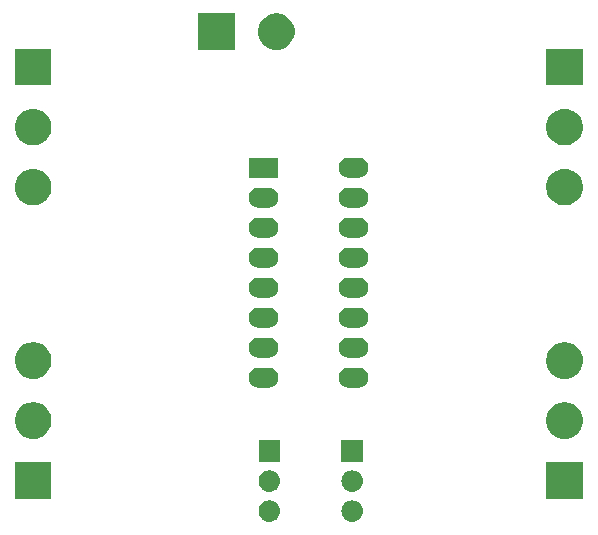
<source format=gbr>
G04 #@! TF.GenerationSoftware,KiCad,Pcbnew,(5.1.4-0)*
G04 #@! TF.CreationDate,2020-03-02T15:49:52+03:00*
G04 #@! TF.ProjectId,Diff2TTL,44696666-3254-4544-9c2e-6b696361645f,rev?*
G04 #@! TF.SameCoordinates,Original*
G04 #@! TF.FileFunction,Soldermask,Bot*
G04 #@! TF.FilePolarity,Negative*
%FSLAX46Y46*%
G04 Gerber Fmt 4.6, Leading zero omitted, Abs format (unit mm)*
G04 Created by KiCad (PCBNEW (5.1.4-0)) date 2020-03-02 15:49:52*
%MOMM*%
%LPD*%
G04 APERTURE LIST*
%ADD10C,0.100000*%
G04 APERTURE END LIST*
D10*
G36*
X122110442Y-86685518D02*
G01*
X122176627Y-86692037D01*
X122346466Y-86743557D01*
X122502991Y-86827222D01*
X122538729Y-86856552D01*
X122640186Y-86939814D01*
X122723448Y-87041271D01*
X122752778Y-87077009D01*
X122836443Y-87233534D01*
X122887963Y-87403373D01*
X122905359Y-87580000D01*
X122887963Y-87756627D01*
X122836443Y-87926466D01*
X122752778Y-88082991D01*
X122723448Y-88118729D01*
X122640186Y-88220186D01*
X122538729Y-88303448D01*
X122502991Y-88332778D01*
X122346466Y-88416443D01*
X122176627Y-88467963D01*
X122110442Y-88474482D01*
X122044260Y-88481000D01*
X121955740Y-88481000D01*
X121889558Y-88474482D01*
X121823373Y-88467963D01*
X121653534Y-88416443D01*
X121497009Y-88332778D01*
X121461271Y-88303448D01*
X121359814Y-88220186D01*
X121276552Y-88118729D01*
X121247222Y-88082991D01*
X121163557Y-87926466D01*
X121112037Y-87756627D01*
X121094641Y-87580000D01*
X121112037Y-87403373D01*
X121163557Y-87233534D01*
X121247222Y-87077009D01*
X121276552Y-87041271D01*
X121359814Y-86939814D01*
X121461271Y-86856552D01*
X121497009Y-86827222D01*
X121653534Y-86743557D01*
X121823373Y-86692037D01*
X121889558Y-86685518D01*
X121955740Y-86679000D01*
X122044260Y-86679000D01*
X122110442Y-86685518D01*
X122110442Y-86685518D01*
G37*
G36*
X115110442Y-86685518D02*
G01*
X115176627Y-86692037D01*
X115346466Y-86743557D01*
X115502991Y-86827222D01*
X115538729Y-86856552D01*
X115640186Y-86939814D01*
X115723448Y-87041271D01*
X115752778Y-87077009D01*
X115836443Y-87233534D01*
X115887963Y-87403373D01*
X115905359Y-87580000D01*
X115887963Y-87756627D01*
X115836443Y-87926466D01*
X115752778Y-88082991D01*
X115723448Y-88118729D01*
X115640186Y-88220186D01*
X115538729Y-88303448D01*
X115502991Y-88332778D01*
X115346466Y-88416443D01*
X115176627Y-88467963D01*
X115110442Y-88474482D01*
X115044260Y-88481000D01*
X114955740Y-88481000D01*
X114889558Y-88474482D01*
X114823373Y-88467963D01*
X114653534Y-88416443D01*
X114497009Y-88332778D01*
X114461271Y-88303448D01*
X114359814Y-88220186D01*
X114276552Y-88118729D01*
X114247222Y-88082991D01*
X114163557Y-87926466D01*
X114112037Y-87756627D01*
X114094641Y-87580000D01*
X114112037Y-87403373D01*
X114163557Y-87233534D01*
X114247222Y-87077009D01*
X114276552Y-87041271D01*
X114359814Y-86939814D01*
X114461271Y-86856552D01*
X114497009Y-86827222D01*
X114653534Y-86743557D01*
X114823373Y-86692037D01*
X114889558Y-86685518D01*
X114955740Y-86679000D01*
X115044260Y-86679000D01*
X115110442Y-86685518D01*
X115110442Y-86685518D01*
G37*
G36*
X96551000Y-86551000D02*
G01*
X93449000Y-86551000D01*
X93449000Y-83449000D01*
X96551000Y-83449000D01*
X96551000Y-86551000D01*
X96551000Y-86551000D01*
G37*
G36*
X141551000Y-86551000D02*
G01*
X138449000Y-86551000D01*
X138449000Y-83449000D01*
X141551000Y-83449000D01*
X141551000Y-86551000D01*
X141551000Y-86551000D01*
G37*
G36*
X122110443Y-84145519D02*
G01*
X122176627Y-84152037D01*
X122346466Y-84203557D01*
X122502991Y-84287222D01*
X122538729Y-84316552D01*
X122640186Y-84399814D01*
X122723448Y-84501271D01*
X122752778Y-84537009D01*
X122836443Y-84693534D01*
X122887963Y-84863373D01*
X122905359Y-85040000D01*
X122887963Y-85216627D01*
X122836443Y-85386466D01*
X122752778Y-85542991D01*
X122723448Y-85578729D01*
X122640186Y-85680186D01*
X122538729Y-85763448D01*
X122502991Y-85792778D01*
X122346466Y-85876443D01*
X122176627Y-85927963D01*
X122110442Y-85934482D01*
X122044260Y-85941000D01*
X121955740Y-85941000D01*
X121889558Y-85934482D01*
X121823373Y-85927963D01*
X121653534Y-85876443D01*
X121497009Y-85792778D01*
X121461271Y-85763448D01*
X121359814Y-85680186D01*
X121276552Y-85578729D01*
X121247222Y-85542991D01*
X121163557Y-85386466D01*
X121112037Y-85216627D01*
X121094641Y-85040000D01*
X121112037Y-84863373D01*
X121163557Y-84693534D01*
X121247222Y-84537009D01*
X121276552Y-84501271D01*
X121359814Y-84399814D01*
X121461271Y-84316552D01*
X121497009Y-84287222D01*
X121653534Y-84203557D01*
X121823373Y-84152037D01*
X121889557Y-84145519D01*
X121955740Y-84139000D01*
X122044260Y-84139000D01*
X122110443Y-84145519D01*
X122110443Y-84145519D01*
G37*
G36*
X115110443Y-84145519D02*
G01*
X115176627Y-84152037D01*
X115346466Y-84203557D01*
X115502991Y-84287222D01*
X115538729Y-84316552D01*
X115640186Y-84399814D01*
X115723448Y-84501271D01*
X115752778Y-84537009D01*
X115836443Y-84693534D01*
X115887963Y-84863373D01*
X115905359Y-85040000D01*
X115887963Y-85216627D01*
X115836443Y-85386466D01*
X115752778Y-85542991D01*
X115723448Y-85578729D01*
X115640186Y-85680186D01*
X115538729Y-85763448D01*
X115502991Y-85792778D01*
X115346466Y-85876443D01*
X115176627Y-85927963D01*
X115110442Y-85934482D01*
X115044260Y-85941000D01*
X114955740Y-85941000D01*
X114889558Y-85934482D01*
X114823373Y-85927963D01*
X114653534Y-85876443D01*
X114497009Y-85792778D01*
X114461271Y-85763448D01*
X114359814Y-85680186D01*
X114276552Y-85578729D01*
X114247222Y-85542991D01*
X114163557Y-85386466D01*
X114112037Y-85216627D01*
X114094641Y-85040000D01*
X114112037Y-84863373D01*
X114163557Y-84693534D01*
X114247222Y-84537009D01*
X114276552Y-84501271D01*
X114359814Y-84399814D01*
X114461271Y-84316552D01*
X114497009Y-84287222D01*
X114653534Y-84203557D01*
X114823373Y-84152037D01*
X114889557Y-84145519D01*
X114955740Y-84139000D01*
X115044260Y-84139000D01*
X115110443Y-84145519D01*
X115110443Y-84145519D01*
G37*
G36*
X122901000Y-83401000D02*
G01*
X121099000Y-83401000D01*
X121099000Y-81599000D01*
X122901000Y-81599000D01*
X122901000Y-83401000D01*
X122901000Y-83401000D01*
G37*
G36*
X115901000Y-83401000D02*
G01*
X114099000Y-83401000D01*
X114099000Y-81599000D01*
X115901000Y-81599000D01*
X115901000Y-83401000D01*
X115901000Y-83401000D01*
G37*
G36*
X95302585Y-78398802D02*
G01*
X95452410Y-78428604D01*
X95734674Y-78545521D01*
X95988705Y-78715259D01*
X96204741Y-78931295D01*
X96374479Y-79185326D01*
X96491396Y-79467590D01*
X96551000Y-79767240D01*
X96551000Y-80072760D01*
X96491396Y-80372410D01*
X96374479Y-80654674D01*
X96204741Y-80908705D01*
X95988705Y-81124741D01*
X95734674Y-81294479D01*
X95452410Y-81411396D01*
X95302585Y-81441198D01*
X95152761Y-81471000D01*
X94847239Y-81471000D01*
X94697415Y-81441198D01*
X94547590Y-81411396D01*
X94265326Y-81294479D01*
X94011295Y-81124741D01*
X93795259Y-80908705D01*
X93625521Y-80654674D01*
X93508604Y-80372410D01*
X93449000Y-80072760D01*
X93449000Y-79767240D01*
X93508604Y-79467590D01*
X93625521Y-79185326D01*
X93795259Y-78931295D01*
X94011295Y-78715259D01*
X94265326Y-78545521D01*
X94547590Y-78428604D01*
X94697415Y-78398802D01*
X94847239Y-78369000D01*
X95152761Y-78369000D01*
X95302585Y-78398802D01*
X95302585Y-78398802D01*
G37*
G36*
X140302585Y-78398802D02*
G01*
X140452410Y-78428604D01*
X140734674Y-78545521D01*
X140988705Y-78715259D01*
X141204741Y-78931295D01*
X141374479Y-79185326D01*
X141491396Y-79467590D01*
X141551000Y-79767240D01*
X141551000Y-80072760D01*
X141491396Y-80372410D01*
X141374479Y-80654674D01*
X141204741Y-80908705D01*
X140988705Y-81124741D01*
X140734674Y-81294479D01*
X140452410Y-81411396D01*
X140302585Y-81441198D01*
X140152761Y-81471000D01*
X139847239Y-81471000D01*
X139697415Y-81441198D01*
X139547590Y-81411396D01*
X139265326Y-81294479D01*
X139011295Y-81124741D01*
X138795259Y-80908705D01*
X138625521Y-80654674D01*
X138508604Y-80372410D01*
X138449000Y-80072760D01*
X138449000Y-79767240D01*
X138508604Y-79467590D01*
X138625521Y-79185326D01*
X138795259Y-78931295D01*
X139011295Y-78715259D01*
X139265326Y-78545521D01*
X139547590Y-78428604D01*
X139697415Y-78398802D01*
X139847239Y-78369000D01*
X140152761Y-78369000D01*
X140302585Y-78398802D01*
X140302585Y-78398802D01*
G37*
G36*
X122686823Y-75441313D02*
G01*
X122847242Y-75489976D01*
X122979906Y-75560886D01*
X122995078Y-75568996D01*
X123124659Y-75675341D01*
X123231004Y-75804922D01*
X123231005Y-75804924D01*
X123310024Y-75952758D01*
X123358687Y-76113177D01*
X123375117Y-76280000D01*
X123358687Y-76446823D01*
X123310024Y-76607242D01*
X123239114Y-76739906D01*
X123231004Y-76755078D01*
X123124659Y-76884659D01*
X122995078Y-76991004D01*
X122995076Y-76991005D01*
X122847242Y-77070024D01*
X122686823Y-77118687D01*
X122561804Y-77131000D01*
X121678196Y-77131000D01*
X121553177Y-77118687D01*
X121392758Y-77070024D01*
X121244924Y-76991005D01*
X121244922Y-76991004D01*
X121115341Y-76884659D01*
X121008996Y-76755078D01*
X121000886Y-76739906D01*
X120929976Y-76607242D01*
X120881313Y-76446823D01*
X120864883Y-76280000D01*
X120881313Y-76113177D01*
X120929976Y-75952758D01*
X121008995Y-75804924D01*
X121008996Y-75804922D01*
X121115341Y-75675341D01*
X121244922Y-75568996D01*
X121260094Y-75560886D01*
X121392758Y-75489976D01*
X121553177Y-75441313D01*
X121678196Y-75429000D01*
X122561804Y-75429000D01*
X122686823Y-75441313D01*
X122686823Y-75441313D01*
G37*
G36*
X115066823Y-75441313D02*
G01*
X115227242Y-75489976D01*
X115359906Y-75560886D01*
X115375078Y-75568996D01*
X115504659Y-75675341D01*
X115611004Y-75804922D01*
X115611005Y-75804924D01*
X115690024Y-75952758D01*
X115738687Y-76113177D01*
X115755117Y-76280000D01*
X115738687Y-76446823D01*
X115690024Y-76607242D01*
X115619114Y-76739906D01*
X115611004Y-76755078D01*
X115504659Y-76884659D01*
X115375078Y-76991004D01*
X115375076Y-76991005D01*
X115227242Y-77070024D01*
X115066823Y-77118687D01*
X114941804Y-77131000D01*
X114058196Y-77131000D01*
X113933177Y-77118687D01*
X113772758Y-77070024D01*
X113624924Y-76991005D01*
X113624922Y-76991004D01*
X113495341Y-76884659D01*
X113388996Y-76755078D01*
X113380886Y-76739906D01*
X113309976Y-76607242D01*
X113261313Y-76446823D01*
X113244883Y-76280000D01*
X113261313Y-76113177D01*
X113309976Y-75952758D01*
X113388995Y-75804924D01*
X113388996Y-75804922D01*
X113495341Y-75675341D01*
X113624922Y-75568996D01*
X113640094Y-75560886D01*
X113772758Y-75489976D01*
X113933177Y-75441313D01*
X114058196Y-75429000D01*
X114941804Y-75429000D01*
X115066823Y-75441313D01*
X115066823Y-75441313D01*
G37*
G36*
X140302585Y-73318802D02*
G01*
X140452410Y-73348604D01*
X140734674Y-73465521D01*
X140988705Y-73635259D01*
X141204741Y-73851295D01*
X141374479Y-74105326D01*
X141473613Y-74344659D01*
X141491396Y-74387591D01*
X141529408Y-74578687D01*
X141551000Y-74687240D01*
X141551000Y-74992760D01*
X141491396Y-75292410D01*
X141374479Y-75574674D01*
X141204741Y-75828705D01*
X140988705Y-76044741D01*
X140734674Y-76214479D01*
X140452410Y-76331396D01*
X140302585Y-76361198D01*
X140152761Y-76391000D01*
X139847239Y-76391000D01*
X139697415Y-76361198D01*
X139547590Y-76331396D01*
X139265326Y-76214479D01*
X139011295Y-76044741D01*
X138795259Y-75828705D01*
X138625521Y-75574674D01*
X138508604Y-75292410D01*
X138449000Y-74992760D01*
X138449000Y-74687240D01*
X138470593Y-74578687D01*
X138508604Y-74387591D01*
X138526387Y-74344659D01*
X138625521Y-74105326D01*
X138795259Y-73851295D01*
X139011295Y-73635259D01*
X139265326Y-73465521D01*
X139547590Y-73348604D01*
X139697415Y-73318802D01*
X139847239Y-73289000D01*
X140152761Y-73289000D01*
X140302585Y-73318802D01*
X140302585Y-73318802D01*
G37*
G36*
X95302585Y-73318802D02*
G01*
X95452410Y-73348604D01*
X95734674Y-73465521D01*
X95988705Y-73635259D01*
X96204741Y-73851295D01*
X96374479Y-74105326D01*
X96473613Y-74344659D01*
X96491396Y-74387591D01*
X96529408Y-74578687D01*
X96551000Y-74687240D01*
X96551000Y-74992760D01*
X96491396Y-75292410D01*
X96374479Y-75574674D01*
X96204741Y-75828705D01*
X95988705Y-76044741D01*
X95734674Y-76214479D01*
X95452410Y-76331396D01*
X95302585Y-76361198D01*
X95152761Y-76391000D01*
X94847239Y-76391000D01*
X94697415Y-76361198D01*
X94547590Y-76331396D01*
X94265326Y-76214479D01*
X94011295Y-76044741D01*
X93795259Y-75828705D01*
X93625521Y-75574674D01*
X93508604Y-75292410D01*
X93449000Y-74992760D01*
X93449000Y-74687240D01*
X93470593Y-74578687D01*
X93508604Y-74387591D01*
X93526387Y-74344659D01*
X93625521Y-74105326D01*
X93795259Y-73851295D01*
X94011295Y-73635259D01*
X94265326Y-73465521D01*
X94547590Y-73348604D01*
X94697415Y-73318802D01*
X94847239Y-73289000D01*
X95152761Y-73289000D01*
X95302585Y-73318802D01*
X95302585Y-73318802D01*
G37*
G36*
X122686823Y-72901313D02*
G01*
X122847242Y-72949976D01*
X122979906Y-73020886D01*
X122995078Y-73028996D01*
X123124659Y-73135341D01*
X123231004Y-73264922D01*
X123231005Y-73264924D01*
X123310024Y-73412758D01*
X123358687Y-73573177D01*
X123375117Y-73740000D01*
X123358687Y-73906823D01*
X123310024Y-74067242D01*
X123239114Y-74199906D01*
X123231004Y-74215078D01*
X123124659Y-74344659D01*
X122995078Y-74451004D01*
X122995076Y-74451005D01*
X122847242Y-74530024D01*
X122686823Y-74578687D01*
X122561804Y-74591000D01*
X121678196Y-74591000D01*
X121553177Y-74578687D01*
X121392758Y-74530024D01*
X121244924Y-74451005D01*
X121244922Y-74451004D01*
X121115341Y-74344659D01*
X121008996Y-74215078D01*
X121000886Y-74199906D01*
X120929976Y-74067242D01*
X120881313Y-73906823D01*
X120864883Y-73740000D01*
X120881313Y-73573177D01*
X120929976Y-73412758D01*
X121008995Y-73264924D01*
X121008996Y-73264922D01*
X121115341Y-73135341D01*
X121244922Y-73028996D01*
X121260094Y-73020886D01*
X121392758Y-72949976D01*
X121553177Y-72901313D01*
X121678196Y-72889000D01*
X122561804Y-72889000D01*
X122686823Y-72901313D01*
X122686823Y-72901313D01*
G37*
G36*
X115066823Y-72901313D02*
G01*
X115227242Y-72949976D01*
X115359906Y-73020886D01*
X115375078Y-73028996D01*
X115504659Y-73135341D01*
X115611004Y-73264922D01*
X115611005Y-73264924D01*
X115690024Y-73412758D01*
X115738687Y-73573177D01*
X115755117Y-73740000D01*
X115738687Y-73906823D01*
X115690024Y-74067242D01*
X115619114Y-74199906D01*
X115611004Y-74215078D01*
X115504659Y-74344659D01*
X115375078Y-74451004D01*
X115375076Y-74451005D01*
X115227242Y-74530024D01*
X115066823Y-74578687D01*
X114941804Y-74591000D01*
X114058196Y-74591000D01*
X113933177Y-74578687D01*
X113772758Y-74530024D01*
X113624924Y-74451005D01*
X113624922Y-74451004D01*
X113495341Y-74344659D01*
X113388996Y-74215078D01*
X113380886Y-74199906D01*
X113309976Y-74067242D01*
X113261313Y-73906823D01*
X113244883Y-73740000D01*
X113261313Y-73573177D01*
X113309976Y-73412758D01*
X113388995Y-73264924D01*
X113388996Y-73264922D01*
X113495341Y-73135341D01*
X113624922Y-73028996D01*
X113640094Y-73020886D01*
X113772758Y-72949976D01*
X113933177Y-72901313D01*
X114058196Y-72889000D01*
X114941804Y-72889000D01*
X115066823Y-72901313D01*
X115066823Y-72901313D01*
G37*
G36*
X122686823Y-70361313D02*
G01*
X122847242Y-70409976D01*
X122979906Y-70480886D01*
X122995078Y-70488996D01*
X123124659Y-70595341D01*
X123231004Y-70724922D01*
X123231005Y-70724924D01*
X123310024Y-70872758D01*
X123358687Y-71033177D01*
X123375117Y-71200000D01*
X123358687Y-71366823D01*
X123310024Y-71527242D01*
X123239114Y-71659906D01*
X123231004Y-71675078D01*
X123124659Y-71804659D01*
X122995078Y-71911004D01*
X122995076Y-71911005D01*
X122847242Y-71990024D01*
X122686823Y-72038687D01*
X122561804Y-72051000D01*
X121678196Y-72051000D01*
X121553177Y-72038687D01*
X121392758Y-71990024D01*
X121244924Y-71911005D01*
X121244922Y-71911004D01*
X121115341Y-71804659D01*
X121008996Y-71675078D01*
X121000886Y-71659906D01*
X120929976Y-71527242D01*
X120881313Y-71366823D01*
X120864883Y-71200000D01*
X120881313Y-71033177D01*
X120929976Y-70872758D01*
X121008995Y-70724924D01*
X121008996Y-70724922D01*
X121115341Y-70595341D01*
X121244922Y-70488996D01*
X121260094Y-70480886D01*
X121392758Y-70409976D01*
X121553177Y-70361313D01*
X121678196Y-70349000D01*
X122561804Y-70349000D01*
X122686823Y-70361313D01*
X122686823Y-70361313D01*
G37*
G36*
X115066823Y-70361313D02*
G01*
X115227242Y-70409976D01*
X115359906Y-70480886D01*
X115375078Y-70488996D01*
X115504659Y-70595341D01*
X115611004Y-70724922D01*
X115611005Y-70724924D01*
X115690024Y-70872758D01*
X115738687Y-71033177D01*
X115755117Y-71200000D01*
X115738687Y-71366823D01*
X115690024Y-71527242D01*
X115619114Y-71659906D01*
X115611004Y-71675078D01*
X115504659Y-71804659D01*
X115375078Y-71911004D01*
X115375076Y-71911005D01*
X115227242Y-71990024D01*
X115066823Y-72038687D01*
X114941804Y-72051000D01*
X114058196Y-72051000D01*
X113933177Y-72038687D01*
X113772758Y-71990024D01*
X113624924Y-71911005D01*
X113624922Y-71911004D01*
X113495341Y-71804659D01*
X113388996Y-71675078D01*
X113380886Y-71659906D01*
X113309976Y-71527242D01*
X113261313Y-71366823D01*
X113244883Y-71200000D01*
X113261313Y-71033177D01*
X113309976Y-70872758D01*
X113388995Y-70724924D01*
X113388996Y-70724922D01*
X113495341Y-70595341D01*
X113624922Y-70488996D01*
X113640094Y-70480886D01*
X113772758Y-70409976D01*
X113933177Y-70361313D01*
X114058196Y-70349000D01*
X114941804Y-70349000D01*
X115066823Y-70361313D01*
X115066823Y-70361313D01*
G37*
G36*
X122686823Y-67821313D02*
G01*
X122847242Y-67869976D01*
X122979906Y-67940886D01*
X122995078Y-67948996D01*
X123124659Y-68055341D01*
X123231004Y-68184922D01*
X123231005Y-68184924D01*
X123310024Y-68332758D01*
X123358687Y-68493177D01*
X123375117Y-68660000D01*
X123358687Y-68826823D01*
X123310024Y-68987242D01*
X123239114Y-69119906D01*
X123231004Y-69135078D01*
X123124659Y-69264659D01*
X122995078Y-69371004D01*
X122995076Y-69371005D01*
X122847242Y-69450024D01*
X122686823Y-69498687D01*
X122561804Y-69511000D01*
X121678196Y-69511000D01*
X121553177Y-69498687D01*
X121392758Y-69450024D01*
X121244924Y-69371005D01*
X121244922Y-69371004D01*
X121115341Y-69264659D01*
X121008996Y-69135078D01*
X121000886Y-69119906D01*
X120929976Y-68987242D01*
X120881313Y-68826823D01*
X120864883Y-68660000D01*
X120881313Y-68493177D01*
X120929976Y-68332758D01*
X121008995Y-68184924D01*
X121008996Y-68184922D01*
X121115341Y-68055341D01*
X121244922Y-67948996D01*
X121260094Y-67940886D01*
X121392758Y-67869976D01*
X121553177Y-67821313D01*
X121678196Y-67809000D01*
X122561804Y-67809000D01*
X122686823Y-67821313D01*
X122686823Y-67821313D01*
G37*
G36*
X115066823Y-67821313D02*
G01*
X115227242Y-67869976D01*
X115359906Y-67940886D01*
X115375078Y-67948996D01*
X115504659Y-68055341D01*
X115611004Y-68184922D01*
X115611005Y-68184924D01*
X115690024Y-68332758D01*
X115738687Y-68493177D01*
X115755117Y-68660000D01*
X115738687Y-68826823D01*
X115690024Y-68987242D01*
X115619114Y-69119906D01*
X115611004Y-69135078D01*
X115504659Y-69264659D01*
X115375078Y-69371004D01*
X115375076Y-69371005D01*
X115227242Y-69450024D01*
X115066823Y-69498687D01*
X114941804Y-69511000D01*
X114058196Y-69511000D01*
X113933177Y-69498687D01*
X113772758Y-69450024D01*
X113624924Y-69371005D01*
X113624922Y-69371004D01*
X113495341Y-69264659D01*
X113388996Y-69135078D01*
X113380886Y-69119906D01*
X113309976Y-68987242D01*
X113261313Y-68826823D01*
X113244883Y-68660000D01*
X113261313Y-68493177D01*
X113309976Y-68332758D01*
X113388995Y-68184924D01*
X113388996Y-68184922D01*
X113495341Y-68055341D01*
X113624922Y-67948996D01*
X113640094Y-67940886D01*
X113772758Y-67869976D01*
X113933177Y-67821313D01*
X114058196Y-67809000D01*
X114941804Y-67809000D01*
X115066823Y-67821313D01*
X115066823Y-67821313D01*
G37*
G36*
X115066823Y-65281313D02*
G01*
X115227242Y-65329976D01*
X115359906Y-65400886D01*
X115375078Y-65408996D01*
X115504659Y-65515341D01*
X115611004Y-65644922D01*
X115611005Y-65644924D01*
X115690024Y-65792758D01*
X115738687Y-65953177D01*
X115755117Y-66120000D01*
X115738687Y-66286823D01*
X115690024Y-66447242D01*
X115619114Y-66579906D01*
X115611004Y-66595078D01*
X115504659Y-66724659D01*
X115375078Y-66831004D01*
X115375076Y-66831005D01*
X115227242Y-66910024D01*
X115066823Y-66958687D01*
X114941804Y-66971000D01*
X114058196Y-66971000D01*
X113933177Y-66958687D01*
X113772758Y-66910024D01*
X113624924Y-66831005D01*
X113624922Y-66831004D01*
X113495341Y-66724659D01*
X113388996Y-66595078D01*
X113380886Y-66579906D01*
X113309976Y-66447242D01*
X113261313Y-66286823D01*
X113244883Y-66120000D01*
X113261313Y-65953177D01*
X113309976Y-65792758D01*
X113388995Y-65644924D01*
X113388996Y-65644922D01*
X113495341Y-65515341D01*
X113624922Y-65408996D01*
X113640094Y-65400886D01*
X113772758Y-65329976D01*
X113933177Y-65281313D01*
X114058196Y-65269000D01*
X114941804Y-65269000D01*
X115066823Y-65281313D01*
X115066823Y-65281313D01*
G37*
G36*
X122686823Y-65281313D02*
G01*
X122847242Y-65329976D01*
X122979906Y-65400886D01*
X122995078Y-65408996D01*
X123124659Y-65515341D01*
X123231004Y-65644922D01*
X123231005Y-65644924D01*
X123310024Y-65792758D01*
X123358687Y-65953177D01*
X123375117Y-66120000D01*
X123358687Y-66286823D01*
X123310024Y-66447242D01*
X123239114Y-66579906D01*
X123231004Y-66595078D01*
X123124659Y-66724659D01*
X122995078Y-66831004D01*
X122995076Y-66831005D01*
X122847242Y-66910024D01*
X122686823Y-66958687D01*
X122561804Y-66971000D01*
X121678196Y-66971000D01*
X121553177Y-66958687D01*
X121392758Y-66910024D01*
X121244924Y-66831005D01*
X121244922Y-66831004D01*
X121115341Y-66724659D01*
X121008996Y-66595078D01*
X121000886Y-66579906D01*
X120929976Y-66447242D01*
X120881313Y-66286823D01*
X120864883Y-66120000D01*
X120881313Y-65953177D01*
X120929976Y-65792758D01*
X121008995Y-65644924D01*
X121008996Y-65644922D01*
X121115341Y-65515341D01*
X121244922Y-65408996D01*
X121260094Y-65400886D01*
X121392758Y-65329976D01*
X121553177Y-65281313D01*
X121678196Y-65269000D01*
X122561804Y-65269000D01*
X122686823Y-65281313D01*
X122686823Y-65281313D01*
G37*
G36*
X115066823Y-62741313D02*
G01*
X115227242Y-62789976D01*
X115359906Y-62860886D01*
X115375078Y-62868996D01*
X115504659Y-62975341D01*
X115611004Y-63104922D01*
X115611005Y-63104924D01*
X115690024Y-63252758D01*
X115738687Y-63413177D01*
X115755117Y-63580000D01*
X115738687Y-63746823D01*
X115690024Y-63907242D01*
X115619114Y-64039906D01*
X115611004Y-64055078D01*
X115504659Y-64184659D01*
X115375078Y-64291004D01*
X115375076Y-64291005D01*
X115227242Y-64370024D01*
X115066823Y-64418687D01*
X114941804Y-64431000D01*
X114058196Y-64431000D01*
X113933177Y-64418687D01*
X113772758Y-64370024D01*
X113624924Y-64291005D01*
X113624922Y-64291004D01*
X113495341Y-64184659D01*
X113388996Y-64055078D01*
X113380886Y-64039906D01*
X113309976Y-63907242D01*
X113261313Y-63746823D01*
X113244883Y-63580000D01*
X113261313Y-63413177D01*
X113309976Y-63252758D01*
X113388995Y-63104924D01*
X113388996Y-63104922D01*
X113495341Y-62975341D01*
X113624922Y-62868996D01*
X113640094Y-62860886D01*
X113772758Y-62789976D01*
X113933177Y-62741313D01*
X114058196Y-62729000D01*
X114941804Y-62729000D01*
X115066823Y-62741313D01*
X115066823Y-62741313D01*
G37*
G36*
X122686823Y-62741313D02*
G01*
X122847242Y-62789976D01*
X122979906Y-62860886D01*
X122995078Y-62868996D01*
X123124659Y-62975341D01*
X123231004Y-63104922D01*
X123231005Y-63104924D01*
X123310024Y-63252758D01*
X123358687Y-63413177D01*
X123375117Y-63580000D01*
X123358687Y-63746823D01*
X123310024Y-63907242D01*
X123239114Y-64039906D01*
X123231004Y-64055078D01*
X123124659Y-64184659D01*
X122995078Y-64291004D01*
X122995076Y-64291005D01*
X122847242Y-64370024D01*
X122686823Y-64418687D01*
X122561804Y-64431000D01*
X121678196Y-64431000D01*
X121553177Y-64418687D01*
X121392758Y-64370024D01*
X121244924Y-64291005D01*
X121244922Y-64291004D01*
X121115341Y-64184659D01*
X121008996Y-64055078D01*
X121000886Y-64039906D01*
X120929976Y-63907242D01*
X120881313Y-63746823D01*
X120864883Y-63580000D01*
X120881313Y-63413177D01*
X120929976Y-63252758D01*
X121008995Y-63104924D01*
X121008996Y-63104922D01*
X121115341Y-62975341D01*
X121244922Y-62868996D01*
X121260094Y-62860886D01*
X121392758Y-62789976D01*
X121553177Y-62741313D01*
X121678196Y-62729000D01*
X122561804Y-62729000D01*
X122686823Y-62741313D01*
X122686823Y-62741313D01*
G37*
G36*
X115066823Y-60201313D02*
G01*
X115227242Y-60249976D01*
X115344702Y-60312760D01*
X115375078Y-60328996D01*
X115504659Y-60435341D01*
X115611004Y-60564922D01*
X115611005Y-60564924D01*
X115690024Y-60712758D01*
X115738687Y-60873177D01*
X115755117Y-61040000D01*
X115738687Y-61206823D01*
X115690024Y-61367242D01*
X115619114Y-61499906D01*
X115611004Y-61515078D01*
X115504659Y-61644659D01*
X115375078Y-61751004D01*
X115375076Y-61751005D01*
X115227242Y-61830024D01*
X115066823Y-61878687D01*
X114941804Y-61891000D01*
X114058196Y-61891000D01*
X113933177Y-61878687D01*
X113772758Y-61830024D01*
X113624924Y-61751005D01*
X113624922Y-61751004D01*
X113495341Y-61644659D01*
X113388996Y-61515078D01*
X113380886Y-61499906D01*
X113309976Y-61367242D01*
X113261313Y-61206823D01*
X113244883Y-61040000D01*
X113261313Y-60873177D01*
X113309976Y-60712758D01*
X113388995Y-60564924D01*
X113388996Y-60564922D01*
X113495341Y-60435341D01*
X113624922Y-60328996D01*
X113655298Y-60312760D01*
X113772758Y-60249976D01*
X113933177Y-60201313D01*
X114058196Y-60189000D01*
X114941804Y-60189000D01*
X115066823Y-60201313D01*
X115066823Y-60201313D01*
G37*
G36*
X122686823Y-60201313D02*
G01*
X122847242Y-60249976D01*
X122964702Y-60312760D01*
X122995078Y-60328996D01*
X123124659Y-60435341D01*
X123231004Y-60564922D01*
X123231005Y-60564924D01*
X123310024Y-60712758D01*
X123358687Y-60873177D01*
X123375117Y-61040000D01*
X123358687Y-61206823D01*
X123310024Y-61367242D01*
X123239114Y-61499906D01*
X123231004Y-61515078D01*
X123124659Y-61644659D01*
X122995078Y-61751004D01*
X122995076Y-61751005D01*
X122847242Y-61830024D01*
X122686823Y-61878687D01*
X122561804Y-61891000D01*
X121678196Y-61891000D01*
X121553177Y-61878687D01*
X121392758Y-61830024D01*
X121244924Y-61751005D01*
X121244922Y-61751004D01*
X121115341Y-61644659D01*
X121008996Y-61515078D01*
X121000886Y-61499906D01*
X120929976Y-61367242D01*
X120881313Y-61206823D01*
X120864883Y-61040000D01*
X120881313Y-60873177D01*
X120929976Y-60712758D01*
X121008995Y-60564924D01*
X121008996Y-60564922D01*
X121115341Y-60435341D01*
X121244922Y-60328996D01*
X121275298Y-60312760D01*
X121392758Y-60249976D01*
X121553177Y-60201313D01*
X121678196Y-60189000D01*
X122561804Y-60189000D01*
X122686823Y-60201313D01*
X122686823Y-60201313D01*
G37*
G36*
X95302585Y-58638802D02*
G01*
X95452410Y-58668604D01*
X95734674Y-58785521D01*
X95988705Y-58955259D01*
X96204741Y-59171295D01*
X96374479Y-59425326D01*
X96491396Y-59707590D01*
X96491396Y-59707591D01*
X96551000Y-60007239D01*
X96551000Y-60312761D01*
X96526617Y-60435341D01*
X96491396Y-60612410D01*
X96374479Y-60894674D01*
X96204741Y-61148705D01*
X95988705Y-61364741D01*
X95734674Y-61534479D01*
X95452410Y-61651396D01*
X95302585Y-61681198D01*
X95152761Y-61711000D01*
X94847239Y-61711000D01*
X94697415Y-61681198D01*
X94547590Y-61651396D01*
X94265326Y-61534479D01*
X94011295Y-61364741D01*
X93795259Y-61148705D01*
X93625521Y-60894674D01*
X93508604Y-60612410D01*
X93473383Y-60435341D01*
X93449000Y-60312761D01*
X93449000Y-60007239D01*
X93508604Y-59707591D01*
X93508604Y-59707590D01*
X93625521Y-59425326D01*
X93795259Y-59171295D01*
X94011295Y-58955259D01*
X94265326Y-58785521D01*
X94547590Y-58668604D01*
X94697415Y-58638802D01*
X94847239Y-58609000D01*
X95152761Y-58609000D01*
X95302585Y-58638802D01*
X95302585Y-58638802D01*
G37*
G36*
X140302585Y-58638802D02*
G01*
X140452410Y-58668604D01*
X140734674Y-58785521D01*
X140988705Y-58955259D01*
X141204741Y-59171295D01*
X141374479Y-59425326D01*
X141491396Y-59707590D01*
X141491396Y-59707591D01*
X141551000Y-60007239D01*
X141551000Y-60312761D01*
X141526617Y-60435341D01*
X141491396Y-60612410D01*
X141374479Y-60894674D01*
X141204741Y-61148705D01*
X140988705Y-61364741D01*
X140734674Y-61534479D01*
X140452410Y-61651396D01*
X140302585Y-61681198D01*
X140152761Y-61711000D01*
X139847239Y-61711000D01*
X139697415Y-61681198D01*
X139547590Y-61651396D01*
X139265326Y-61534479D01*
X139011295Y-61364741D01*
X138795259Y-61148705D01*
X138625521Y-60894674D01*
X138508604Y-60612410D01*
X138473383Y-60435341D01*
X138449000Y-60312761D01*
X138449000Y-60007239D01*
X138508604Y-59707591D01*
X138508604Y-59707590D01*
X138625521Y-59425326D01*
X138795259Y-59171295D01*
X139011295Y-58955259D01*
X139265326Y-58785521D01*
X139547590Y-58668604D01*
X139697415Y-58638802D01*
X139847239Y-58609000D01*
X140152761Y-58609000D01*
X140302585Y-58638802D01*
X140302585Y-58638802D01*
G37*
G36*
X122686823Y-57661313D02*
G01*
X122847242Y-57709976D01*
X122979906Y-57780886D01*
X122995078Y-57788996D01*
X123124659Y-57895341D01*
X123231004Y-58024922D01*
X123231005Y-58024924D01*
X123310024Y-58172758D01*
X123358687Y-58333177D01*
X123375117Y-58500000D01*
X123358687Y-58666823D01*
X123310024Y-58827242D01*
X123241597Y-58955259D01*
X123231004Y-58975078D01*
X123124659Y-59104659D01*
X122995078Y-59211004D01*
X122995076Y-59211005D01*
X122847242Y-59290024D01*
X122686823Y-59338687D01*
X122561804Y-59351000D01*
X121678196Y-59351000D01*
X121553177Y-59338687D01*
X121392758Y-59290024D01*
X121244924Y-59211005D01*
X121244922Y-59211004D01*
X121115341Y-59104659D01*
X121008996Y-58975078D01*
X120998403Y-58955259D01*
X120929976Y-58827242D01*
X120881313Y-58666823D01*
X120864883Y-58500000D01*
X120881313Y-58333177D01*
X120929976Y-58172758D01*
X121008995Y-58024924D01*
X121008996Y-58024922D01*
X121115341Y-57895341D01*
X121244922Y-57788996D01*
X121260094Y-57780886D01*
X121392758Y-57709976D01*
X121553177Y-57661313D01*
X121678196Y-57649000D01*
X122561804Y-57649000D01*
X122686823Y-57661313D01*
X122686823Y-57661313D01*
G37*
G36*
X115751000Y-59351000D02*
G01*
X113249000Y-59351000D01*
X113249000Y-57649000D01*
X115751000Y-57649000D01*
X115751000Y-59351000D01*
X115751000Y-59351000D01*
G37*
G36*
X140302585Y-53558802D02*
G01*
X140452410Y-53588604D01*
X140734674Y-53705521D01*
X140988705Y-53875259D01*
X141204741Y-54091295D01*
X141374479Y-54345326D01*
X141491396Y-54627590D01*
X141551000Y-54927240D01*
X141551000Y-55232760D01*
X141491396Y-55532410D01*
X141374479Y-55814674D01*
X141204741Y-56068705D01*
X140988705Y-56284741D01*
X140734674Y-56454479D01*
X140452410Y-56571396D01*
X140302585Y-56601198D01*
X140152761Y-56631000D01*
X139847239Y-56631000D01*
X139697415Y-56601198D01*
X139547590Y-56571396D01*
X139265326Y-56454479D01*
X139011295Y-56284741D01*
X138795259Y-56068705D01*
X138625521Y-55814674D01*
X138508604Y-55532410D01*
X138449000Y-55232760D01*
X138449000Y-54927240D01*
X138508604Y-54627590D01*
X138625521Y-54345326D01*
X138795259Y-54091295D01*
X139011295Y-53875259D01*
X139265326Y-53705521D01*
X139547590Y-53588604D01*
X139697415Y-53558802D01*
X139847239Y-53529000D01*
X140152761Y-53529000D01*
X140302585Y-53558802D01*
X140302585Y-53558802D01*
G37*
G36*
X95302585Y-53558802D02*
G01*
X95452410Y-53588604D01*
X95734674Y-53705521D01*
X95988705Y-53875259D01*
X96204741Y-54091295D01*
X96374479Y-54345326D01*
X96491396Y-54627590D01*
X96551000Y-54927240D01*
X96551000Y-55232760D01*
X96491396Y-55532410D01*
X96374479Y-55814674D01*
X96204741Y-56068705D01*
X95988705Y-56284741D01*
X95734674Y-56454479D01*
X95452410Y-56571396D01*
X95302585Y-56601198D01*
X95152761Y-56631000D01*
X94847239Y-56631000D01*
X94697415Y-56601198D01*
X94547590Y-56571396D01*
X94265326Y-56454479D01*
X94011295Y-56284741D01*
X93795259Y-56068705D01*
X93625521Y-55814674D01*
X93508604Y-55532410D01*
X93449000Y-55232760D01*
X93449000Y-54927240D01*
X93508604Y-54627590D01*
X93625521Y-54345326D01*
X93795259Y-54091295D01*
X94011295Y-53875259D01*
X94265326Y-53705521D01*
X94547590Y-53588604D01*
X94697415Y-53558802D01*
X94847239Y-53529000D01*
X95152761Y-53529000D01*
X95302585Y-53558802D01*
X95302585Y-53558802D01*
G37*
G36*
X141551000Y-51551000D02*
G01*
X138449000Y-51551000D01*
X138449000Y-48449000D01*
X141551000Y-48449000D01*
X141551000Y-51551000D01*
X141551000Y-51551000D01*
G37*
G36*
X96551000Y-51551000D02*
G01*
X93449000Y-51551000D01*
X93449000Y-48449000D01*
X96551000Y-48449000D01*
X96551000Y-51551000D01*
X96551000Y-51551000D01*
G37*
G36*
X115882585Y-45478802D02*
G01*
X116032410Y-45508604D01*
X116314674Y-45625521D01*
X116568705Y-45795259D01*
X116784741Y-46011295D01*
X116954479Y-46265326D01*
X117071396Y-46547590D01*
X117131000Y-46847240D01*
X117131000Y-47152760D01*
X117071396Y-47452410D01*
X116954479Y-47734674D01*
X116784741Y-47988705D01*
X116568705Y-48204741D01*
X116314674Y-48374479D01*
X116032410Y-48491396D01*
X115882585Y-48521198D01*
X115732761Y-48551000D01*
X115427239Y-48551000D01*
X115277415Y-48521198D01*
X115127590Y-48491396D01*
X114845326Y-48374479D01*
X114591295Y-48204741D01*
X114375259Y-47988705D01*
X114205521Y-47734674D01*
X114088604Y-47452410D01*
X114029000Y-47152760D01*
X114029000Y-46847240D01*
X114088604Y-46547590D01*
X114205521Y-46265326D01*
X114375259Y-46011295D01*
X114591295Y-45795259D01*
X114845326Y-45625521D01*
X115127590Y-45508604D01*
X115277415Y-45478802D01*
X115427239Y-45449000D01*
X115732761Y-45449000D01*
X115882585Y-45478802D01*
X115882585Y-45478802D01*
G37*
G36*
X112051000Y-48551000D02*
G01*
X108949000Y-48551000D01*
X108949000Y-45449000D01*
X112051000Y-45449000D01*
X112051000Y-48551000D01*
X112051000Y-48551000D01*
G37*
M02*

</source>
